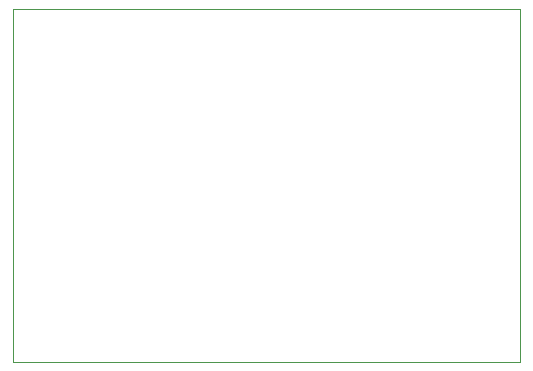
<source format=gbr>
G04 #@! TF.GenerationSoftware,KiCad,Pcbnew,(5.1.8-0-10_14)*
G04 #@! TF.CreationDate,2021-03-05T16:46:23-05:00*
G04 #@! TF.ProjectId,v1,76312e6b-6963-4616-945f-706362585858,rev?*
G04 #@! TF.SameCoordinates,Original*
G04 #@! TF.FileFunction,Profile,NP*
%FSLAX46Y46*%
G04 Gerber Fmt 4.6, Leading zero omitted, Abs format (unit mm)*
G04 Created by KiCad (PCBNEW (5.1.8-0-10_14)) date 2021-03-05 16:46:23*
%MOMM*%
%LPD*%
G01*
G04 APERTURE LIST*
G04 #@! TA.AperFunction,Profile*
%ADD10C,0.050000*%
G04 #@! TD*
G04 APERTURE END LIST*
D10*
X173863000Y-110000000D02*
X130936000Y-110000000D01*
X130936000Y-80100000D02*
X173863000Y-80100000D01*
X130936000Y-80100000D02*
X130936000Y-110000000D01*
X173863000Y-110000000D02*
X173863000Y-80100000D01*
M02*

</source>
